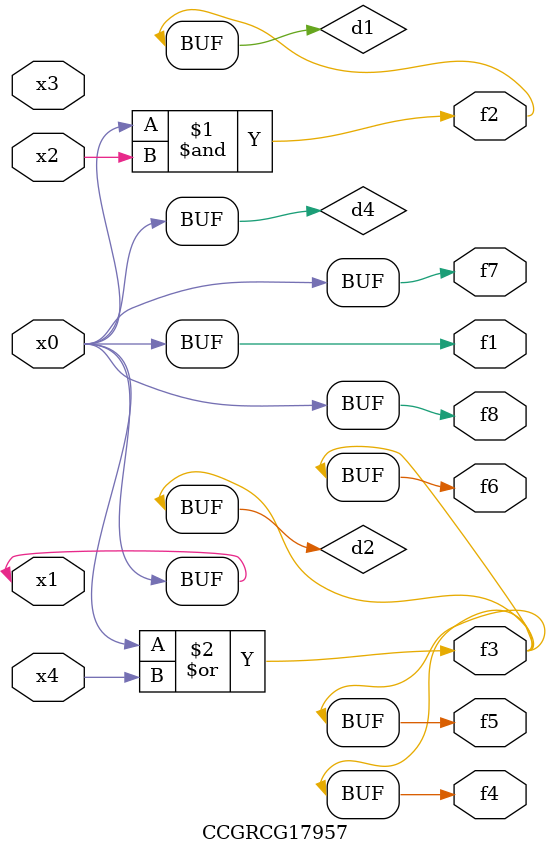
<source format=v>
module CCGRCG17957(
	input x0, x1, x2, x3, x4,
	output f1, f2, f3, f4, f5, f6, f7, f8
);

	wire d1, d2, d3, d4;

	and (d1, x0, x2);
	or (d2, x0, x4);
	nand (d3, x0, x2);
	buf (d4, x0, x1);
	assign f1 = d4;
	assign f2 = d1;
	assign f3 = d2;
	assign f4 = d2;
	assign f5 = d2;
	assign f6 = d2;
	assign f7 = d4;
	assign f8 = d4;
endmodule

</source>
